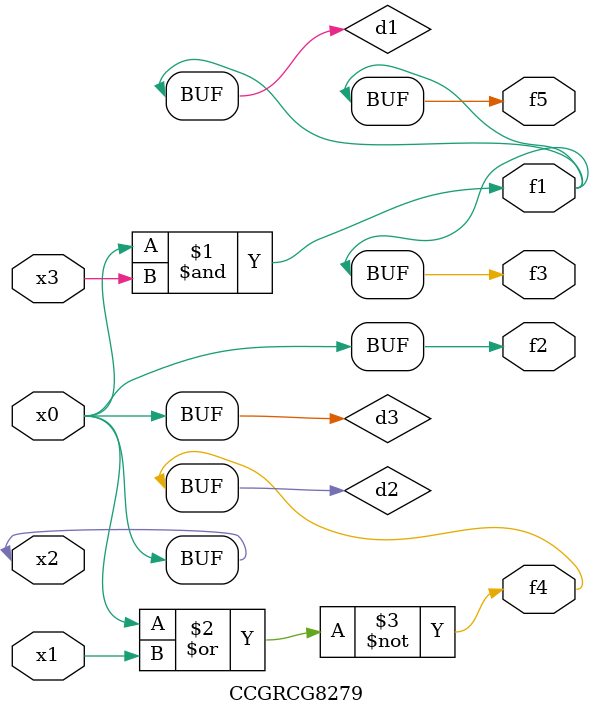
<source format=v>
module CCGRCG8279(
	input x0, x1, x2, x3,
	output f1, f2, f3, f4, f5
);

	wire d1, d2, d3;

	and (d1, x2, x3);
	nor (d2, x0, x1);
	buf (d3, x0, x2);
	assign f1 = d1;
	assign f2 = d3;
	assign f3 = d1;
	assign f4 = d2;
	assign f5 = d1;
endmodule

</source>
